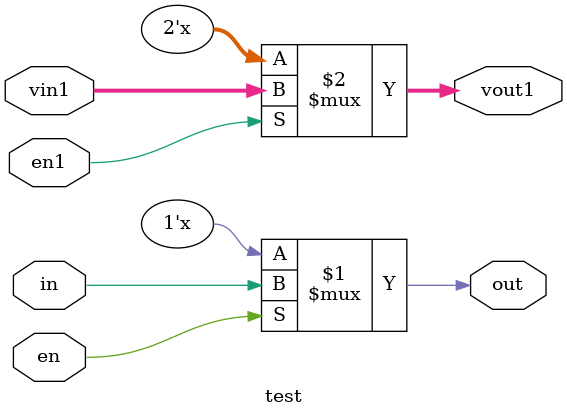
<source format=v>
module test(in, out, en, vin1, vout1, en1);
input in, en, en1;
output out;
input [1:0] vin1;
output [1:0] vout1;

assign out = en ? in : 1'bz;
assign vout1 = en1 ? vin1 : 2'bzz;
endmodule

</source>
